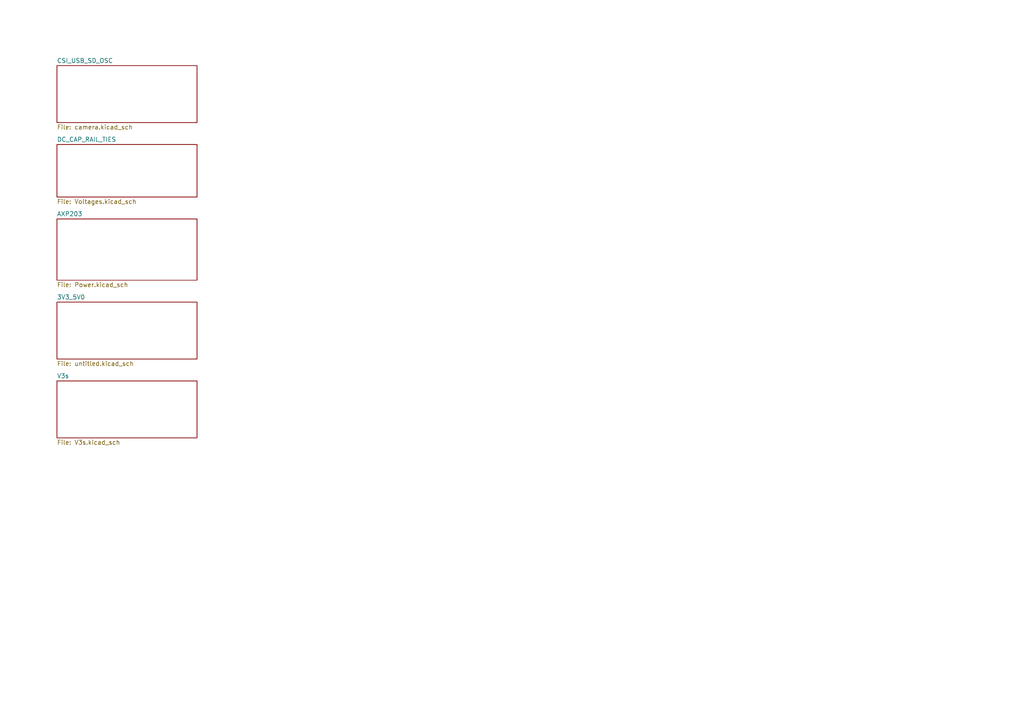
<source format=kicad_sch>
(kicad_sch
	(version 20250114)
	(generator "eeschema")
	(generator_version "9.0")
	(uuid "400c1603-202c-4359-a830-d2f0d06dd3ce")
	(paper "A4")
	(title_block
		(title "Wireless Backup Camera - Encoder")
		(company "Group 25 Senior Design")
	)
	(lib_symbols)
	(sheet
		(at 16.51 19.05)
		(size 40.64 16.51)
		(exclude_from_sim no)
		(in_bom yes)
		(on_board yes)
		(dnp no)
		(fields_autoplaced yes)
		(stroke
			(width 0.1524)
			(type solid)
		)
		(fill
			(color 0 0 0 0.0000)
		)
		(uuid "1157294a-1719-49ab-b853-49534ca658dc")
		(property "Sheetname" "CSI_USB_SD_OSC"
			(at 16.51 18.3384 0)
			(effects
				(font
					(size 1.27 1.27)
				)
				(justify left bottom)
			)
		)
		(property "Sheetfile" "camera.kicad_sch"
			(at 16.51 36.1446 0)
			(effects
				(font
					(size 1.27 1.27)
				)
				(justify left top)
			)
		)
		(instances
			(project "CameraPCB"
				(path "/400c1603-202c-4359-a830-d2f0d06dd3ce"
					(page "4")
				)
			)
		)
	)
	(sheet
		(at 16.51 110.49)
		(size 40.64 16.51)
		(exclude_from_sim no)
		(in_bom yes)
		(on_board yes)
		(dnp no)
		(fields_autoplaced yes)
		(stroke
			(width 0.1524)
			(type solid)
		)
		(fill
			(color 0 0 0 0.0000)
		)
		(uuid "47962aac-64be-4928-9c9c-c3ab3aab91c0")
		(property "Sheetname" "V3s"
			(at 16.51 109.7784 0)
			(effects
				(font
					(size 1.27 1.27)
				)
				(justify left bottom)
			)
		)
		(property "Sheetfile" "V3s.kicad_sch"
			(at 16.51 127.5846 0)
			(effects
				(font
					(size 1.27 1.27)
				)
				(justify left top)
			)
		)
		(instances
			(project "CameraPCB"
				(path "/400c1603-202c-4359-a830-d2f0d06dd3ce"
					(page "7")
				)
			)
		)
	)
	(sheet
		(at 16.51 63.5)
		(size 40.64 17.78)
		(exclude_from_sim no)
		(in_bom yes)
		(on_board yes)
		(dnp no)
		(fields_autoplaced yes)
		(stroke
			(width 0.1524)
			(type solid)
		)
		(fill
			(color 0 0 0 0.0000)
		)
		(uuid "63007821-20b4-4692-9a5a-85c4738356da")
		(property "Sheetname" "AXP203"
			(at 16.51 62.7884 0)
			(effects
				(font
					(size 1.27 1.27)
				)
				(justify left bottom)
			)
		)
		(property "Sheetfile" "Power.kicad_sch"
			(at 16.51 81.8646 0)
			(effects
				(font
					(size 1.27 1.27)
				)
				(justify left top)
			)
		)
		(instances
			(project "CameraPCB"
				(path "/400c1603-202c-4359-a830-d2f0d06dd3ce"
					(page "6")
				)
			)
		)
	)
	(sheet
		(at 16.51 41.91)
		(size 40.64 15.24)
		(exclude_from_sim no)
		(in_bom yes)
		(on_board yes)
		(dnp no)
		(fields_autoplaced yes)
		(stroke
			(width 0.1524)
			(type solid)
		)
		(fill
			(color 0 0 0 0.0000)
		)
		(uuid "8aea63de-025a-40df-acd1-ce0de9a2cf46")
		(property "Sheetname" "DC_CAP_RAIL_TIES"
			(at 16.51 41.1984 0)
			(effects
				(font
					(size 1.27 1.27)
				)
				(justify left bottom)
			)
		)
		(property "Sheetfile" "Voltages.kicad_sch"
			(at 16.51 57.7346 0)
			(effects
				(font
					(size 1.27 1.27)
				)
				(justify left top)
			)
		)
		(instances
			(project "CameraPCB"
				(path "/400c1603-202c-4359-a830-d2f0d06dd3ce"
					(page "5")
				)
			)
		)
	)
	(sheet
		(at 16.51 87.63)
		(size 40.64 16.51)
		(exclude_from_sim no)
		(in_bom yes)
		(on_board yes)
		(dnp no)
		(fields_autoplaced yes)
		(stroke
			(width 0.1524)
			(type solid)
		)
		(fill
			(color 0 0 0 0.0000)
		)
		(uuid "f4829b1f-636b-49a4-aa22-dc0b023f0960")
		(property "Sheetname" "3V3_5V0"
			(at 16.51 86.9184 0)
			(effects
				(font
					(size 1.27 1.27)
				)
				(justify left bottom)
			)
		)
		(property "Sheetfile" "untitled.kicad_sch"
			(at 16.51 104.7246 0)
			(effects
				(font
					(size 1.27 1.27)
				)
				(justify left top)
			)
		)
		(instances
			(project "CameraPCB"
				(path "/400c1603-202c-4359-a830-d2f0d06dd3ce"
					(page "6")
				)
			)
		)
	)
	(sheet_instances
		(path "/"
			(page "1")
		)
	)
	(embedded_fonts no)
)

</source>
